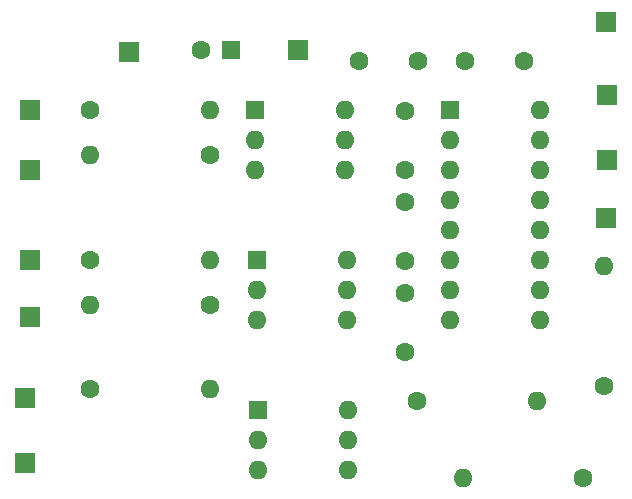
<source format=gbr>
%TF.GenerationSoftware,KiCad,Pcbnew,(6.0.9-0)*%
%TF.CreationDate,2023-02-11T15:38:08+01:00*%
%TF.ProjectId,CurrentLoopConverter,43757272-656e-4744-9c6f-6f70436f6e76,rev?*%
%TF.SameCoordinates,Original*%
%TF.FileFunction,Soldermask,Top*%
%TF.FilePolarity,Negative*%
%FSLAX46Y46*%
G04 Gerber Fmt 4.6, Leading zero omitted, Abs format (unit mm)*
G04 Created by KiCad (PCBNEW (6.0.9-0)) date 2023-02-11 15:38:08*
%MOMM*%
%LPD*%
G01*
G04 APERTURE LIST*
%ADD10R,1.700000X1.700000*%
%ADD11C,1.600000*%
%ADD12O,1.600000X1.600000*%
%ADD13R,1.600000X1.600000*%
G04 APERTURE END LIST*
D10*
%TO.C,J12*%
X130048000Y-86487000D03*
%TD*%
%TO.C,J11*%
X89662000Y-89027000D03*
%TD*%
%TO.C,J7*%
X104013000Y-88900000D03*
%TD*%
D11*
%TO.C,R8*%
X114046000Y-118618000D03*
D12*
X124206000Y-118618000D03*
%TD*%
D13*
%TO.C,U4*%
X116850000Y-93995000D03*
D12*
X116850000Y-96535000D03*
X116850000Y-99075000D03*
X116850000Y-101615000D03*
X116850000Y-104155000D03*
X116850000Y-106695000D03*
X116850000Y-109235000D03*
X116850000Y-111775000D03*
X124470000Y-111775000D03*
X124470000Y-109235000D03*
X124470000Y-106695000D03*
X124470000Y-104155000D03*
X124470000Y-101615000D03*
X124470000Y-99075000D03*
X124470000Y-96535000D03*
X124470000Y-93995000D03*
%TD*%
D13*
%TO.C,U3*%
X100594000Y-119395000D03*
D12*
X100594000Y-121935000D03*
X100594000Y-124475000D03*
X108214000Y-124475000D03*
X108214000Y-121935000D03*
X108214000Y-119395000D03*
%TD*%
D13*
%TO.C,U2*%
X100500000Y-106695000D03*
D12*
X100500000Y-109235000D03*
X100500000Y-111775000D03*
X108120000Y-111775000D03*
X108120000Y-109235000D03*
X108120000Y-106695000D03*
%TD*%
%TO.C,U1*%
X107960000Y-93995000D03*
X107960000Y-96535000D03*
X107960000Y-99075000D03*
X100340000Y-99075000D03*
X100340000Y-96535000D03*
D13*
X100340000Y-93995000D03*
%TD*%
D11*
%TO.C,R7*%
X128143000Y-125095000D03*
D12*
X117983000Y-125095000D03*
%TD*%
D11*
%TO.C,R6*%
X129921000Y-117348000D03*
D12*
X129921000Y-107188000D03*
%TD*%
D11*
%TO.C,R5*%
X86360000Y-106680000D03*
D12*
X96520000Y-106680000D03*
%TD*%
D11*
%TO.C,R4*%
X86360000Y-93980000D03*
D12*
X96520000Y-93980000D03*
%TD*%
D11*
%TO.C,R3*%
X86360000Y-117602000D03*
D12*
X96520000Y-117602000D03*
%TD*%
D11*
%TO.C,R2*%
X96520000Y-110490000D03*
D12*
X86360000Y-110490000D03*
%TD*%
D11*
%TO.C,R1*%
X96520000Y-97790000D03*
D12*
X86360000Y-97790000D03*
%TD*%
D10*
%TO.C,J10*%
X130175000Y-98171000D03*
%TD*%
%TO.C,J9*%
X130048000Y-103124000D03*
%TD*%
%TO.C,J8*%
X130175000Y-92710000D03*
%TD*%
%TO.C,J6*%
X80899000Y-123825000D03*
%TD*%
%TO.C,J5*%
X80899000Y-118364000D03*
%TD*%
%TO.C,J4*%
X81280000Y-111506000D03*
%TD*%
%TO.C,J3*%
X81280000Y-106680000D03*
%TD*%
%TO.C,J2*%
X81280000Y-99060000D03*
%TD*%
%TO.C,J1*%
X81280000Y-93980000D03*
%TD*%
D11*
%TO.C,C6*%
X113030000Y-109427000D03*
X113030000Y-114427000D03*
%TD*%
%TO.C,C5*%
X113030000Y-101727000D03*
X113030000Y-106727000D03*
%TD*%
%TO.C,C4*%
X118150000Y-89789000D03*
X123150000Y-89789000D03*
%TD*%
%TO.C,C3*%
X113030000Y-94020000D03*
X113030000Y-99020000D03*
%TD*%
D13*
%TO.C,C2*%
X98298000Y-88900000D03*
D11*
X95798000Y-88900000D03*
%TD*%
%TO.C,C1*%
X109133000Y-89789000D03*
X114133000Y-89789000D03*
%TD*%
M02*

</source>
